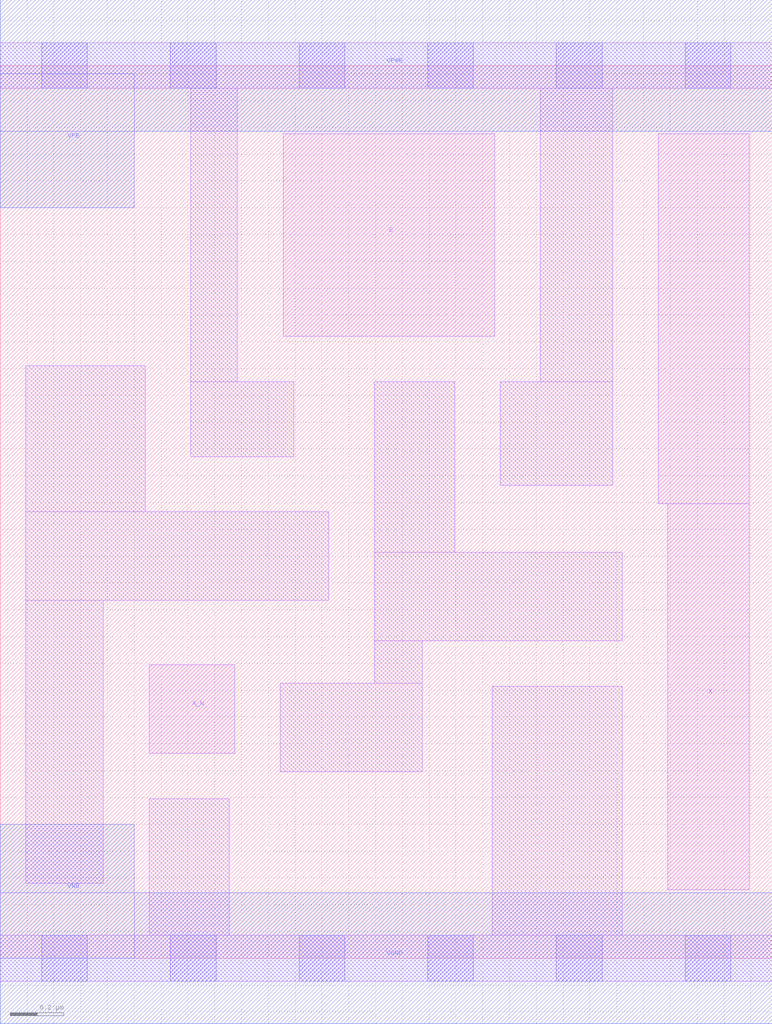
<source format=lef>
# Copyright 2020 The SkyWater PDK Authors
#
# Licensed under the Apache License, Version 2.0 (the "License");
# you may not use this file except in compliance with the License.
# You may obtain a copy of the License at
#
#     https://www.apache.org/licenses/LICENSE-2.0
#
# Unless required by applicable law or agreed to in writing, software
# distributed under the License is distributed on an "AS IS" BASIS,
# WITHOUT WARRANTIES OR CONDITIONS OF ANY KIND, either express or implied.
# See the License for the specific language governing permissions and
# limitations under the License.
#
# SPDX-License-Identifier: Apache-2.0

VERSION 5.5 ;
NAMESCASESENSITIVE ON ;
BUSBITCHARS "[]" ;
DIVIDERCHAR "/" ;
MACRO sky130_fd_sc_lp__and2b_1
  CLASS CORE ;
  SOURCE USER ;
  ORIGIN  0.000000  0.000000 ;
  SIZE  2.880000 BY  3.330000 ;
  SYMMETRY X Y R90 ;
  SITE unit ;
  PIN A_N
    ANTENNAGATEAREA  0.126000 ;
    DIRECTION INPUT ;
    USE SIGNAL ;
    PORT
      LAYER li1 ;
        RECT 0.555000 0.765000 0.875000 1.095000 ;
    END
  END A_N
  PIN B
    ANTENNAGATEAREA  0.126000 ;
    DIRECTION INPUT ;
    USE SIGNAL ;
    PORT
      LAYER li1 ;
        RECT 1.055000 2.320000 1.845000 3.075000 ;
    END
  END B
  PIN X
    ANTENNADIFFAREA  0.556500 ;
    DIRECTION OUTPUT ;
    USE SIGNAL ;
    PORT
      LAYER li1 ;
        RECT 2.455000 1.695000 2.795000 3.075000 ;
        RECT 2.490000 0.255000 2.795000 1.695000 ;
    END
  END X
  PIN VGND
    DIRECTION INOUT ;
    USE GROUND ;
    PORT
      LAYER met1 ;
        RECT 0.000000 -0.245000 2.880000 0.245000 ;
    END
  END VGND
  PIN VNB
    DIRECTION INOUT ;
    USE GROUND ;
    PORT
      LAYER met1 ;
        RECT 0.000000 0.000000 0.500000 0.500000 ;
    END
  END VNB
  PIN VPB
    DIRECTION INOUT ;
    USE POWER ;
    PORT
      LAYER met1 ;
        RECT 0.000000 2.800000 0.500000 3.300000 ;
    END
  END VPB
  PIN VPWR
    DIRECTION INOUT ;
    USE POWER ;
    PORT
      LAYER met1 ;
        RECT 0.000000 3.085000 2.880000 3.575000 ;
    END
  END VPWR
  OBS
    LAYER li1 ;
      RECT 0.000000 -0.085000 2.880000 0.085000 ;
      RECT 0.000000  3.245000 2.880000 3.415000 ;
      RECT 0.095000  0.280000 0.385000 1.335000 ;
      RECT 0.095000  1.335000 1.225000 1.665000 ;
      RECT 0.095000  1.665000 0.540000 2.210000 ;
      RECT 0.555000  0.085000 0.855000 0.595000 ;
      RECT 0.710000  1.870000 1.095000 2.150000 ;
      RECT 0.710000  2.150000 0.885000 3.245000 ;
      RECT 1.045000  0.695000 1.575000 1.025000 ;
      RECT 1.395000  1.025000 1.575000 1.185000 ;
      RECT 1.395000  1.185000 2.320000 1.515000 ;
      RECT 1.395000  1.515000 1.695000 2.150000 ;
      RECT 1.835000  0.085000 2.320000 1.015000 ;
      RECT 1.865000  1.765000 2.285000 2.150000 ;
      RECT 2.015000  2.150000 2.285000 3.245000 ;
    LAYER mcon ;
      RECT 0.155000 -0.085000 0.325000 0.085000 ;
      RECT 0.155000  3.245000 0.325000 3.415000 ;
      RECT 0.635000 -0.085000 0.805000 0.085000 ;
      RECT 0.635000  3.245000 0.805000 3.415000 ;
      RECT 1.115000 -0.085000 1.285000 0.085000 ;
      RECT 1.115000  3.245000 1.285000 3.415000 ;
      RECT 1.595000 -0.085000 1.765000 0.085000 ;
      RECT 1.595000  3.245000 1.765000 3.415000 ;
      RECT 2.075000 -0.085000 2.245000 0.085000 ;
      RECT 2.075000  3.245000 2.245000 3.415000 ;
      RECT 2.555000 -0.085000 2.725000 0.085000 ;
      RECT 2.555000  3.245000 2.725000 3.415000 ;
  END
END sky130_fd_sc_lp__and2b_1
END LIBRARY

</source>
